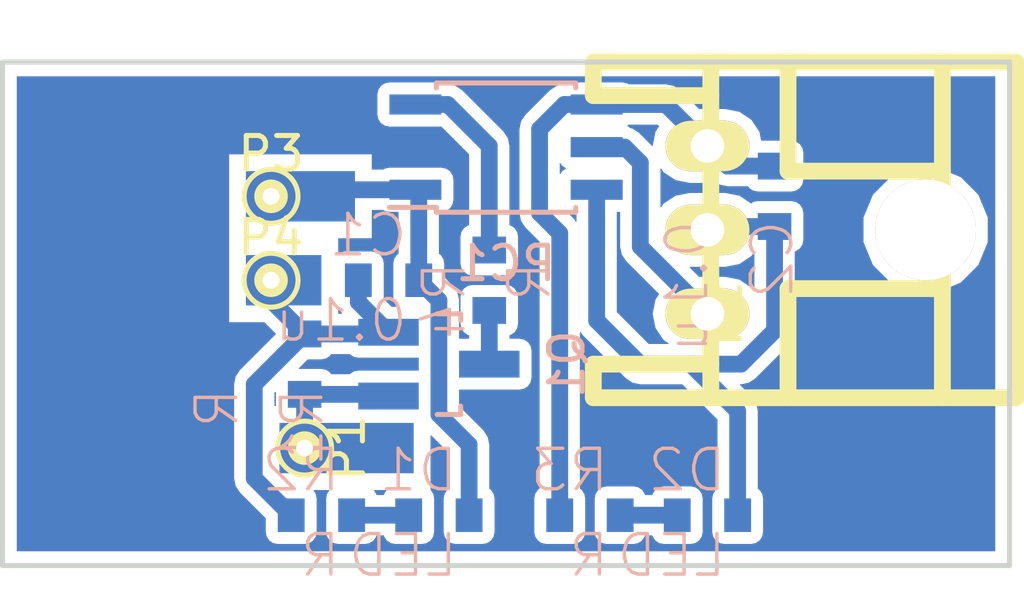
<source format=kicad_pcb>
(kicad_pcb (version 4) (host pcbnew 4.0.5)

  (general
    (links 20)
    (no_connects 0)
    (area -0.075001 -1.975 30.650001 16.533333)
    (thickness 1.6)
    (drawings 4)
    (tracks 52)
    (zones 0)
    (modules 14)
    (nets 11)
  )

  (page A4)
  (layers
    (0 F.Cu signal)
    (31 B.Cu signal)
    (32 B.Adhes user)
    (33 F.Adhes user)
    (34 B.Paste user)
    (35 F.Paste user)
    (36 B.SilkS user)
    (37 F.SilkS user)
    (38 B.Mask user)
    (39 F.Mask user)
    (40 Dwgs.User user)
    (41 Cmts.User user)
    (42 Eco1.User user)
    (43 Eco2.User user)
    (44 Edge.Cuts user)
    (45 Margin user)
    (46 B.CrtYd user)
    (47 F.CrtYd user)
    (48 B.Fab user)
    (49 F.Fab user)
  )

  (setup
    (last_trace_width 0.25)
    (user_trace_width 0.5)
    (user_trace_width 1)
    (trace_clearance 0.2)
    (zone_clearance 0.35)
    (zone_45_only no)
    (trace_min 0.2)
    (segment_width 0.2)
    (edge_width 0.15)
    (via_size 0.6)
    (via_drill 0.4)
    (via_min_size 0.4)
    (via_min_drill 0.3)
    (user_via 1.2 0.8)
    (uvia_size 0.3)
    (uvia_drill 0.1)
    (uvias_allowed no)
    (uvia_min_size 0.2)
    (uvia_min_drill 0.1)
    (pcb_text_width 0.3)
    (pcb_text_size 1.5 1.5)
    (mod_edge_width 0.15)
    (mod_text_size 1 1)
    (mod_text_width 0.15)
    (pad_size 1.524 1.524)
    (pad_drill 0.762)
    (pad_to_mask_clearance 0.2)
    (aux_axis_origin 0 0)
    (visible_elements 7FFFFFFF)
    (pcbplotparams
      (layerselection 0x01000_80000001)
      (usegerberextensions false)
      (excludeedgelayer true)
      (linewidth 0.100000)
      (plotframeref false)
      (viasonmask false)
      (mode 1)
      (useauxorigin false)
      (hpglpennumber 1)
      (hpglpenspeed 20)
      (hpglpendiameter 15)
      (hpglpenoverlay 2)
      (psnegative false)
      (psa4output false)
      (plotreference true)
      (plotvalue true)
      (plotinvisibletext false)
      (padsonsilk false)
      (subtractmaskfromsilk false)
      (outputformat 1)
      (mirror false)
      (drillshape 0)
      (scaleselection 1)
      (outputdirectory ""))
  )

  (net 0 "")
  (net 1 /5V_LOGIC)
  (net 2 /GND_LOGIC)
  (net 3 /5V_POWER)
  (net 4 /GND_POWER)
  (net 5 "Net-(D1-Pad2)")
  (net 6 "Net-(D2-Pad2)")
  (net 7 /SIGNAL_LOGIC)
  (net 8 /SIGNAL_POWER)
  (net 9 "Net-(PC1-Pad3)")
  (net 10 "Net-(Q1-PadD)")

  (net_class Default "これは標準のネット クラスです。"
    (clearance 0.2)
    (trace_width 0.25)
    (via_dia 0.6)
    (via_drill 0.4)
    (uvia_dia 0.3)
    (uvia_drill 0.1)
    (add_net /5V_LOGIC)
    (add_net /5V_POWER)
    (add_net /GND_LOGIC)
    (add_net /GND_POWER)
    (add_net /SIGNAL_LOGIC)
    (add_net /SIGNAL_POWER)
    (add_net "Net-(D1-Pad2)")
    (add_net "Net-(D2-Pad2)")
    (add_net "Net-(PC1-Pad3)")
    (add_net "Net-(Q1-PadD)")
  )

  (module RP_KiCAD_Libs:C1608_WP (layer B.Cu) (tedit 57C3E677) (tstamp 589991FA)
    (at 11.5 6.5 180)
    (descr <b>CAPACITOR</b>)
    (path /589995EE)
    (fp_text reference C1 (at -0.635 0.635 180) (layer B.SilkS)
      (effects (font (size 1.2065 1.2065) (thickness 0.1016)) (justify left bottom mirror))
    )
    (fp_text value 0.1u (at -0.635 -1.905 180) (layer B.SilkS)
      (effects (font (size 1.2065 1.2065) (thickness 0.1016)) (justify left bottom mirror))
    )
    (fp_line (start -0.356 0.432) (end 0.356 0.432) (layer Dwgs.User) (width 0.1016))
    (fp_line (start -0.356 -0.419) (end 0.356 -0.419) (layer Dwgs.User) (width 0.1016))
    (fp_poly (pts (xy -0.8382 -0.4699) (xy -0.3381 -0.4699) (xy -0.3381 0.4801) (xy -0.8382 0.4801)) (layer Dwgs.User) (width 0))
    (fp_poly (pts (xy 0.3302 -0.4699) (xy 0.8303 -0.4699) (xy 0.8303 0.4801) (xy 0.3302 0.4801)) (layer Dwgs.User) (width 0))
    (fp_poly (pts (xy -0.1999 -0.3) (xy 0.1999 -0.3) (xy 0.1999 0.3) (xy -0.1999 0.3)) (layer B.Adhes) (width 0))
    (pad 1 smd rect (at -0.9 0 180) (size 0.8 1) (layers B.Cu B.Paste B.Mask)
      (net 1 /5V_LOGIC))
    (pad 2 smd rect (at 0.9 0 180) (size 0.8 1) (layers B.Cu B.Paste B.Mask)
      (net 2 /GND_LOGIC))
    (model Resistors_SMD.3dshapes/R_0603.wrl
      (at (xyz 0 0 0))
      (scale (xyz 1 1 1))
      (rotate (xyz 0 0 0))
    )
  )

  (module RP_KiCAD_Libs:C1608_WP (layer B.Cu) (tedit 57C3E677) (tstamp 58999200)
    (at 23 4 90)
    (descr <b>CAPACITOR</b>)
    (path /58999C02)
    (fp_text reference C2 (at -0.635 0.635 90) (layer B.SilkS)
      (effects (font (size 1.2065 1.2065) (thickness 0.1016)) (justify left bottom mirror))
    )
    (fp_text value 0.1u (at -0.635 -1.905 90) (layer B.SilkS)
      (effects (font (size 1.2065 1.2065) (thickness 0.1016)) (justify left bottom mirror))
    )
    (fp_line (start -0.356 0.432) (end 0.356 0.432) (layer Dwgs.User) (width 0.1016))
    (fp_line (start -0.356 -0.419) (end 0.356 -0.419) (layer Dwgs.User) (width 0.1016))
    (fp_poly (pts (xy -0.8382 -0.4699) (xy -0.3381 -0.4699) (xy -0.3381 0.4801) (xy -0.8382 0.4801)) (layer Dwgs.User) (width 0))
    (fp_poly (pts (xy 0.3302 -0.4699) (xy 0.8303 -0.4699) (xy 0.8303 0.4801) (xy 0.3302 0.4801)) (layer Dwgs.User) (width 0))
    (fp_poly (pts (xy -0.1999 -0.3) (xy 0.1999 -0.3) (xy 0.1999 0.3) (xy -0.1999 0.3)) (layer B.Adhes) (width 0))
    (pad 1 smd rect (at -0.9 0 90) (size 0.8 1) (layers B.Cu B.Paste B.Mask)
      (net 3 /5V_POWER))
    (pad 2 smd rect (at 0.9 0 90) (size 0.8 1) (layers B.Cu B.Paste B.Mask)
      (net 4 /GND_POWER))
    (model Resistors_SMD.3dshapes/R_0603.wrl
      (at (xyz 0 0 0))
      (scale (xyz 1 1 1))
      (rotate (xyz 0 0 0))
    )
  )

  (module RP_KiCAD_Connector:XA_3LC (layer F.Cu) (tedit 5763B26E) (tstamp 5899921C)
    (at 21 7.5 90)
    (path /58999E0F)
    (fp_text reference P2 (at 0 0.5 90) (layer F.SilkS)
      (effects (font (size 1 1) (thickness 0.15)))
    )
    (fp_text value CONN_01X03 (at 0 -0.5 90) (layer F.Fab)
      (effects (font (size 1 1) (thickness 0.15)))
    )
    (fp_line (start 6.5 -3.4) (end 6.5 0.1) (layer F.SilkS) (width 0.5))
    (fp_line (start -2.5 -3.4) (end -1.5 -3.4) (layer F.SilkS) (width 0.5))
    (fp_line (start -1.5 -3.4) (end -1.5 0.1) (layer F.SilkS) (width 0.5))
    (fp_line (start 7.5 0.1) (end -2.5 0.1) (layer F.SilkS) (width 0.5))
    (fp_line (start 7.5 -3.4) (end 6.5 -3.4) (layer F.SilkS) (width 0.5))
    (fp_line (start 4.25 2.4) (end 7.5 2.4) (layer F.SilkS) (width 0.5))
    (fp_line (start 0.75 2.4) (end -2.5 2.4) (layer F.SilkS) (width 0.5))
    (fp_line (start 4.25 2.4) (end 4.25 7) (layer F.SilkS) (width 0.5))
    (fp_line (start 0.75 2.4) (end 0.75 7) (layer F.SilkS) (width 0.5))
    (fp_line (start -2.5 7) (end 7.5 7) (layer F.SilkS) (width 0.5))
    (fp_line (start 7.5 -3.4) (end 7.5 9.2) (layer F.SilkS) (width 0.5))
    (fp_line (start 7.5 9.2) (end -2.5 9.2) (layer F.SilkS) (width 0.5))
    (fp_line (start -2.5 -3.4) (end -2.5 9.2) (layer F.SilkS) (width 0.5))
    (pad 1 thru_hole oval (at 0 0 90) (size 1.5 2.5) (drill 1) (layers *.Cu *.Mask F.SilkS)
      (net 8 /SIGNAL_POWER))
    (pad 2 thru_hole oval (at 2.5 0 90) (size 1.5 2.5) (drill 1) (layers *.Cu *.Mask F.SilkS)
      (net 3 /5V_POWER))
    (pad 3 thru_hole oval (at 5 0 90) (size 1.5 2.5) (drill 1) (layers *.Cu *.Mask F.SilkS)
      (net 4 /GND_POWER))
    (pad "" thru_hole circle (at 2.5 6.5 90) (size 3 3) (drill 3) (layers *.Cu *.Mask F.SilkS)
      (clearance -0.3))
    (model conn_XA/XA_3S.wrl
      (at (xyz 0.1 -0.2 0))
      (scale (xyz 4 4 4))
      (rotate (xyz 0 0 180))
    )
  )

  (module RP_KiCAD_Libs:SOIC-5_3.9x4.9mm_Pitch1.27mm (layer B.Cu) (tedit 58896ED9) (tstamp 58999225)
    (at 15 2.5)
    (descr "5-Lead Plastic Small Outline (SN) - Narrow, 3.90 mm Body [SOIC] (see Microchip Packaging Specification 00000049BS.pdf)")
    (tags "SOIC 1.27")
    (path /589990AC)
    (attr smd)
    (fp_text reference PC1 (at 0 3.5) (layer B.SilkS)
      (effects (font (size 1 1) (thickness 0.15)) (justify mirror))
    )
    (fp_text value TLP117 (at 0 -3.5) (layer B.Fab)
      (effects (font (size 1 1) (thickness 0.15)) (justify mirror))
    )
    (fp_line (start -3.75 2.75) (end -3.75 -2.75) (layer B.CrtYd) (width 0.05))
    (fp_line (start 3.75 2.75) (end 3.75 -2.75) (layer B.CrtYd) (width 0.05))
    (fp_line (start -3.75 2.75) (end 3.75 2.75) (layer B.CrtYd) (width 0.05))
    (fp_line (start -3.75 -2.75) (end 3.75 -2.75) (layer B.CrtYd) (width 0.05))
    (fp_line (start -2.075 1.975) (end -2.075 1.83) (layer B.SilkS) (width 0.15))
    (fp_line (start 2.075 1.975) (end 2.075 1.83) (layer B.SilkS) (width 0.15))
    (fp_line (start 2.075 -1.875) (end 2.075 -1.73) (layer B.SilkS) (width 0.15))
    (fp_line (start -2.075 -1.875) (end -2.075 -1.73) (layer B.SilkS) (width 0.15))
    (fp_line (start -2.075 1.975) (end 2.075 1.975) (layer B.SilkS) (width 0.15))
    (fp_line (start -2.075 -1.875) (end 2.075 -1.875) (layer B.SilkS) (width 0.15))
    (fp_line (start -2.075 1.83) (end -3.475 1.83) (layer B.SilkS) (width 0.15))
    (pad 1 smd rect (at -2.7 1.305) (size 1.55 0.6) (layers B.Cu B.Paste B.Mask)
      (net 1 /5V_LOGIC))
    (pad 3 smd rect (at -2.7 -1.235) (size 1.55 0.6) (layers B.Cu B.Paste B.Mask)
      (net 9 "Net-(PC1-Pad3)"))
    (pad 4 smd rect (at 2.7 -1.235) (size 1.55 0.6) (layers B.Cu B.Paste B.Mask)
      (net 4 /GND_POWER))
    (pad 5 smd rect (at 2.7 0.035) (size 1.55 0.6) (layers B.Cu B.Paste B.Mask)
      (net 8 /SIGNAL_POWER))
    (pad 6 smd rect (at 2.7 1.305) (size 1.55 0.6) (layers B.Cu B.Paste B.Mask)
      (net 3 /5V_POWER))
  )

  (module RP_KiCAD_Libs:C1608_WP (layer B.Cu) (tedit 57C3E677) (tstamp 58999234)
    (at 9 9 90)
    (descr <b>CAPACITOR</b>)
    (path /589991EB)
    (fp_text reference R1 (at -0.635 0.635 90) (layer B.SilkS)
      (effects (font (size 1.2065 1.2065) (thickness 0.1016)) (justify left bottom mirror))
    )
    (fp_text value R (at -0.635 -1.905 90) (layer B.SilkS)
      (effects (font (size 1.2065 1.2065) (thickness 0.1016)) (justify left bottom mirror))
    )
    (fp_line (start -0.356 0.432) (end 0.356 0.432) (layer Dwgs.User) (width 0.1016))
    (fp_line (start -0.356 -0.419) (end 0.356 -0.419) (layer Dwgs.User) (width 0.1016))
    (fp_poly (pts (xy -0.8382 -0.4699) (xy -0.3381 -0.4699) (xy -0.3381 0.4801) (xy -0.8382 0.4801)) (layer Dwgs.User) (width 0))
    (fp_poly (pts (xy 0.3302 -0.4699) (xy 0.8303 -0.4699) (xy 0.8303 0.4801) (xy 0.3302 0.4801)) (layer Dwgs.User) (width 0))
    (fp_poly (pts (xy -0.1999 -0.3) (xy 0.1999 -0.3) (xy 0.1999 0.3) (xy -0.1999 0.3)) (layer B.Adhes) (width 0))
    (pad 1 smd rect (at -0.9 0 90) (size 0.8 1) (layers B.Cu B.Paste B.Mask)
      (net 7 /SIGNAL_LOGIC))
    (pad 2 smd rect (at 0.9 0 90) (size 0.8 1) (layers B.Cu B.Paste B.Mask)
      (net 2 /GND_LOGIC))
    (model Resistors_SMD.3dshapes/R_0603.wrl
      (at (xyz 0 0 0))
      (scale (xyz 1 1 1))
      (rotate (xyz 0 0 0))
    )
  )

  (module RP_KiCAD_Libs:C1608_WP (layer B.Cu) (tedit 57C3E677) (tstamp 5899923A)
    (at 9.5 13.5 180)
    (descr <b>CAPACITOR</b>)
    (path /5899970B)
    (fp_text reference R2 (at -0.635 0.635 180) (layer B.SilkS)
      (effects (font (size 1.2065 1.2065) (thickness 0.1016)) (justify left bottom mirror))
    )
    (fp_text value R (at -0.635 -1.905 180) (layer B.SilkS)
      (effects (font (size 1.2065 1.2065) (thickness 0.1016)) (justify left bottom mirror))
    )
    (fp_line (start -0.356 0.432) (end 0.356 0.432) (layer Dwgs.User) (width 0.1016))
    (fp_line (start -0.356 -0.419) (end 0.356 -0.419) (layer Dwgs.User) (width 0.1016))
    (fp_poly (pts (xy -0.8382 -0.4699) (xy -0.3381 -0.4699) (xy -0.3381 0.4801) (xy -0.8382 0.4801)) (layer Dwgs.User) (width 0))
    (fp_poly (pts (xy 0.3302 -0.4699) (xy 0.8303 -0.4699) (xy 0.8303 0.4801) (xy 0.3302 0.4801)) (layer Dwgs.User) (width 0))
    (fp_poly (pts (xy -0.1999 -0.3) (xy 0.1999 -0.3) (xy 0.1999 0.3) (xy -0.1999 0.3)) (layer B.Adhes) (width 0))
    (pad 1 smd rect (at -0.9 0 180) (size 0.8 1) (layers B.Cu B.Paste B.Mask)
      (net 5 "Net-(D1-Pad2)"))
    (pad 2 smd rect (at 0.9 0 180) (size 0.8 1) (layers B.Cu B.Paste B.Mask)
      (net 2 /GND_LOGIC))
    (model Resistors_SMD.3dshapes/R_0603.wrl
      (at (xyz 0 0 0))
      (scale (xyz 1 1 1))
      (rotate (xyz 0 0 0))
    )
  )

  (module RP_KiCAD_Libs:C1608_WP (layer B.Cu) (tedit 57C3E677) (tstamp 58999240)
    (at 17.5 13.5 180)
    (descr <b>CAPACITOR</b>)
    (path /589997C6)
    (fp_text reference R3 (at -0.635 0.635 180) (layer B.SilkS)
      (effects (font (size 1.2065 1.2065) (thickness 0.1016)) (justify left bottom mirror))
    )
    (fp_text value R (at -0.635 -1.905 180) (layer B.SilkS)
      (effects (font (size 1.2065 1.2065) (thickness 0.1016)) (justify left bottom mirror))
    )
    (fp_line (start -0.356 0.432) (end 0.356 0.432) (layer Dwgs.User) (width 0.1016))
    (fp_line (start -0.356 -0.419) (end 0.356 -0.419) (layer Dwgs.User) (width 0.1016))
    (fp_poly (pts (xy -0.8382 -0.4699) (xy -0.3381 -0.4699) (xy -0.3381 0.4801) (xy -0.8382 0.4801)) (layer Dwgs.User) (width 0))
    (fp_poly (pts (xy 0.3302 -0.4699) (xy 0.8303 -0.4699) (xy 0.8303 0.4801) (xy 0.3302 0.4801)) (layer Dwgs.User) (width 0))
    (fp_poly (pts (xy -0.1999 -0.3) (xy 0.1999 -0.3) (xy 0.1999 0.3) (xy -0.1999 0.3)) (layer B.Adhes) (width 0))
    (pad 1 smd rect (at -0.9 0 180) (size 0.8 1) (layers B.Cu B.Paste B.Mask)
      (net 6 "Net-(D2-Pad2)"))
    (pad 2 smd rect (at 0.9 0 180) (size 0.8 1) (layers B.Cu B.Paste B.Mask)
      (net 4 /GND_POWER))
    (model Resistors_SMD.3dshapes/R_0603.wrl
      (at (xyz 0 0 0))
      (scale (xyz 1 1 1))
      (rotate (xyz 0 0 0))
    )
  )

  (module RP_KiCAD_Libs:C1608_WP (layer B.Cu) (tedit 57C3E677) (tstamp 58999246)
    (at 14.5 6.5 270)
    (descr <b>CAPACITOR</b>)
    (path /58999140)
    (fp_text reference R4 (at -0.635 0.635 270) (layer B.SilkS)
      (effects (font (size 1.2065 1.2065) (thickness 0.1016)) (justify left bottom mirror))
    )
    (fp_text value R (at -0.635 -1.905 270) (layer B.SilkS)
      (effects (font (size 1.2065 1.2065) (thickness 0.1016)) (justify left bottom mirror))
    )
    (fp_line (start -0.356 0.432) (end 0.356 0.432) (layer Dwgs.User) (width 0.1016))
    (fp_line (start -0.356 -0.419) (end 0.356 -0.419) (layer Dwgs.User) (width 0.1016))
    (fp_poly (pts (xy -0.8382 -0.4699) (xy -0.3381 -0.4699) (xy -0.3381 0.4801) (xy -0.8382 0.4801)) (layer Dwgs.User) (width 0))
    (fp_poly (pts (xy 0.3302 -0.4699) (xy 0.8303 -0.4699) (xy 0.8303 0.4801) (xy 0.3302 0.4801)) (layer Dwgs.User) (width 0))
    (fp_poly (pts (xy -0.1999 -0.3) (xy 0.1999 -0.3) (xy 0.1999 0.3) (xy -0.1999 0.3)) (layer B.Adhes) (width 0))
    (pad 1 smd rect (at -0.9 0 270) (size 0.8 1) (layers B.Cu B.Paste B.Mask)
      (net 9 "Net-(PC1-Pad3)"))
    (pad 2 smd rect (at 0.9 0 270) (size 0.8 1) (layers B.Cu B.Paste B.Mask)
      (net 10 "Net-(Q1-PadD)"))
    (model Resistors_SMD.3dshapes/R_0603.wrl
      (at (xyz 0 0 0))
      (scale (xyz 1 1 1))
      (rotate (xyz 0 0 0))
    )
  )

  (module TO_SOT_Packages_SMD:SOT-23_Handsoldering (layer B.Cu) (tedit 56FA59B0) (tstamp 58999309)
    (at 13 9 90)
    (descr "SOT-23, Handsoldering")
    (tags SOT-23)
    (path /589990E9)
    (attr smd)
    (fp_text reference Q1 (at 0 3.81 90) (layer B.SilkS)
      (effects (font (size 1 1) (thickness 0.15)) (justify mirror))
    )
    (fp_text value MOSFET_N (at 0 -3.81 90) (layer B.Fab)
      (effects (font (size 1 1) (thickness 0.15)) (justify mirror))
    )
    (fp_line (start -1.49982 -0.0508) (end -1.49982 0.65024) (layer B.SilkS) (width 0.15))
    (fp_line (start -1.49982 0.65024) (end -1.2509 0.65024) (layer B.SilkS) (width 0.15))
    (fp_line (start 1.29916 0.65024) (end 1.49982 0.65024) (layer B.SilkS) (width 0.15))
    (fp_line (start 1.49982 0.65024) (end 1.49982 -0.0508) (layer B.SilkS) (width 0.15))
    (pad G smd rect (at -0.95 -1.50114 90) (size 0.8001 1.80086) (layers B.Cu B.Paste B.Mask)
      (net 7 /SIGNAL_LOGIC))
    (pad S smd rect (at 0.95 -1.50114 90) (size 0.8001 1.80086) (layers B.Cu B.Paste B.Mask)
      (net 2 /GND_LOGIC))
    (pad D smd rect (at 0 1.50114 90) (size 0.8001 1.80086) (layers B.Cu B.Paste B.Mask)
      (net 10 "Net-(Q1-PadD)"))
    (model TO_SOT_Packages_SMD.3dshapes/SOT-23_Handsoldering.wrl
      (at (xyz 0 0 0))
      (scale (xyz 1 1 1))
      (rotate (xyz 0 0 0))
    )
  )

  (module RP_KiCAD_Libs:C1608_WP (layer B.Cu) (tedit 57C3E677) (tstamp 589996BF)
    (at 13 13.5 180)
    (descr <b>CAPACITOR</b>)
    (path /589996D6)
    (fp_text reference D1 (at -0.635 0.635 180) (layer B.SilkS)
      (effects (font (size 1.2065 1.2065) (thickness 0.1016)) (justify left bottom mirror))
    )
    (fp_text value LED (at -0.635 -1.905 180) (layer B.SilkS)
      (effects (font (size 1.2065 1.2065) (thickness 0.1016)) (justify left bottom mirror))
    )
    (fp_line (start -0.356 0.432) (end 0.356 0.432) (layer Dwgs.User) (width 0.1016))
    (fp_line (start -0.356 -0.419) (end 0.356 -0.419) (layer Dwgs.User) (width 0.1016))
    (fp_poly (pts (xy -0.8382 -0.4699) (xy -0.3381 -0.4699) (xy -0.3381 0.4801) (xy -0.8382 0.4801)) (layer Dwgs.User) (width 0))
    (fp_poly (pts (xy 0.3302 -0.4699) (xy 0.8303 -0.4699) (xy 0.8303 0.4801) (xy 0.3302 0.4801)) (layer Dwgs.User) (width 0))
    (fp_poly (pts (xy -0.1999 -0.3) (xy 0.1999 -0.3) (xy 0.1999 0.3) (xy -0.1999 0.3)) (layer B.Adhes) (width 0))
    (pad 1 smd rect (at -0.9 0 180) (size 0.8 1) (layers B.Cu B.Paste B.Mask)
      (net 1 /5V_LOGIC))
    (pad 2 smd rect (at 0.9 0 180) (size 0.8 1) (layers B.Cu B.Paste B.Mask)
      (net 5 "Net-(D1-Pad2)"))
    (model Resistors_SMD.3dshapes/R_0603.wrl
      (at (xyz 0 0 0))
      (scale (xyz 1 1 1))
      (rotate (xyz 0 0 0))
    )
  )

  (module RP_KiCAD_Libs:C1608_WP (layer B.Cu) (tedit 57C3E677) (tstamp 589996C4)
    (at 21 13.5 180)
    (descr <b>CAPACITOR</b>)
    (path /589997C0)
    (fp_text reference D2 (at -0.635 0.635 180) (layer B.SilkS)
      (effects (font (size 1.2065 1.2065) (thickness 0.1016)) (justify left bottom mirror))
    )
    (fp_text value LED (at -0.635 -1.905 180) (layer B.SilkS)
      (effects (font (size 1.2065 1.2065) (thickness 0.1016)) (justify left bottom mirror))
    )
    (fp_line (start -0.356 0.432) (end 0.356 0.432) (layer Dwgs.User) (width 0.1016))
    (fp_line (start -0.356 -0.419) (end 0.356 -0.419) (layer Dwgs.User) (width 0.1016))
    (fp_poly (pts (xy -0.8382 -0.4699) (xy -0.3381 -0.4699) (xy -0.3381 0.4801) (xy -0.8382 0.4801)) (layer Dwgs.User) (width 0))
    (fp_poly (pts (xy 0.3302 -0.4699) (xy 0.8303 -0.4699) (xy 0.8303 0.4801) (xy 0.3302 0.4801)) (layer Dwgs.User) (width 0))
    (fp_poly (pts (xy -0.1999 -0.3) (xy 0.1999 -0.3) (xy 0.1999 0.3) (xy -0.1999 0.3)) (layer B.Adhes) (width 0))
    (pad 1 smd rect (at -0.9 0 180) (size 0.8 1) (layers B.Cu B.Paste B.Mask)
      (net 3 /5V_POWER))
    (pad 2 smd rect (at 0.9 0 180) (size 0.8 1) (layers B.Cu B.Paste B.Mask)
      (net 6 "Net-(D2-Pad2)"))
    (model Resistors_SMD.3dshapes/R_0603.wrl
      (at (xyz 0 0 0))
      (scale (xyz 1 1 1))
      (rotate (xyz 0 0 0))
    )
  )

  (module Connect:PINTST (layer F.Cu) (tedit 588D8C05) (tstamp 58999980)
    (at 9 11.5 270)
    (descr "module 1 pin (ou trou mecanique de percage)")
    (tags DEV)
    (path /5899A2DA)
    (fp_text reference P1 (at 0 -1.26746 270) (layer F.SilkS)
      (effects (font (size 1 1) (thickness 0.15)))
    )
    (fp_text value CONN_01X01 (at 0 1.27 270) (layer F.Fab)
      (effects (font (size 1 1) (thickness 0.15)))
    )
    (fp_circle (center 0 0) (end -0.254 -0.762) (layer F.SilkS) (width 0.15))
    (pad 1 thru_hole circle (at 0 0 270) (size 1 1) (drill 0.5) (layers *.Cu *.Mask F.SilkS)
      (net 7 /SIGNAL_LOGIC))
    (model Connect.3dshapes/PINTST.wrl
      (at (xyz 0 0 0))
      (scale (xyz 1 1 1))
      (rotate (xyz 0 0 0))
    )
  )

  (module Connect:PINTST (layer F.Cu) (tedit 588D8C05) (tstamp 58999984)
    (at 8 4)
    (descr "module 1 pin (ou trou mecanique de percage)")
    (tags DEV)
    (path /5899A405)
    (fp_text reference P3 (at 0 -1.26746) (layer F.SilkS)
      (effects (font (size 1 1) (thickness 0.15)))
    )
    (fp_text value CONN_01X01 (at 0 1.27) (layer F.Fab)
      (effects (font (size 1 1) (thickness 0.15)))
    )
    (fp_circle (center 0 0) (end -0.254 -0.762) (layer F.SilkS) (width 0.15))
    (pad 1 thru_hole circle (at 0 0) (size 1 1) (drill 0.5) (layers *.Cu *.Mask F.SilkS)
      (net 1 /5V_LOGIC))
    (model Connect.3dshapes/PINTST.wrl
      (at (xyz 0 0 0))
      (scale (xyz 1 1 1))
      (rotate (xyz 0 0 0))
    )
  )

  (module Connect:PINTST (layer F.Cu) (tedit 588D8C05) (tstamp 58999988)
    (at 8 6.5)
    (descr "module 1 pin (ou trou mecanique de percage)")
    (tags DEV)
    (path /5899A444)
    (fp_text reference P4 (at 0 -1.26746) (layer F.SilkS)
      (effects (font (size 1 1) (thickness 0.15)))
    )
    (fp_text value CONN_01X01 (at 0 1.27) (layer F.Fab)
      (effects (font (size 1 1) (thickness 0.15)))
    )
    (fp_circle (center 0 0) (end -0.254 -0.762) (layer F.SilkS) (width 0.15))
    (pad 1 thru_hole circle (at 0 0) (size 1 1) (drill 0.5) (layers *.Cu *.Mask F.SilkS)
      (net 2 /GND_LOGIC))
    (model Connect.3dshapes/PINTST.wrl
      (at (xyz 0 0 0))
      (scale (xyz 1 1 1))
      (rotate (xyz 0 0 0))
    )
  )

  (gr_line (start 30 0) (end 0 0) (angle 90) (layer Edge.Cuts) (width 0.15))
  (gr_line (start 30 15) (end 30 0) (angle 90) (layer Edge.Cuts) (width 0.15))
  (gr_line (start 0 15) (end 30 15) (angle 90) (layer Edge.Cuts) (width 0.15))
  (gr_line (start 0 0) (end 0 15) (angle 90) (layer Edge.Cuts) (width 0.15))

  (segment (start 13.9 13.5) (end 13.9 11.4) (width 0.5) (layer B.Cu) (net 1))
  (segment (start 13 7.1) (end 12.4 6.5) (width 0.5) (layer B.Cu) (net 1) (tstamp 58999936))
  (segment (start 13 10.5) (end 13 7.1) (width 0.5) (layer B.Cu) (net 1) (tstamp 58999935))
  (segment (start 13.9 11.4) (end 13 10.5) (width 0.5) (layer B.Cu) (net 1) (tstamp 58999934))
  (segment (start 12.3 3.805) (end 8.195 3.805) (width 0.5) (layer B.Cu) (net 1))
  (segment (start 8.195 3.805) (end 8 4) (width 0.5) (layer B.Cu) (net 1) (tstamp 589998F0))
  (segment (start 12.4 6.5) (end 12.4 3.905) (width 0.5) (layer B.Cu) (net 1))
  (segment (start 12.4 3.905) (end 12.3 3.805) (width 0.5) (layer B.Cu) (net 1) (tstamp 589998ED))
  (segment (start 9 8.1) (end 7.5 9.6) (width 0.5) (layer B.Cu) (net 2))
  (segment (start 7.5 12.4) (end 8.6 13.5) (width 0.5) (layer B.Cu) (net 2) (tstamp 58999952))
  (segment (start 7.5 9.6) (end 7.5 12.4) (width 0.5) (layer B.Cu) (net 2) (tstamp 58999951))
  (segment (start 10.6 6.5) (end 10.6 7.15114) (width 0.5) (layer B.Cu) (net 2))
  (segment (start 10.6 7.15114) (end 11.49886 8.05) (width 0.5) (layer B.Cu) (net 2) (tstamp 589998EA))
  (segment (start 9 8.1) (end 11.44886 8.1) (width 0.5) (layer B.Cu) (net 2))
  (segment (start 11.44886 8.1) (end 11.49886 8.05) (width 0.5) (layer B.Cu) (net 2) (tstamp 589998E7))
  (segment (start 8 6.5) (end 8 7.1) (width 0.5) (layer B.Cu) (net 2))
  (segment (start 8 7.1) (end 9 8.1) (width 0.5) (layer B.Cu) (net 2) (tstamp 589998E4))
  (segment (start 17.7 3.805) (end 17.7 7.7) (width 0.5) (layer B.Cu) (net 3))
  (segment (start 19 9) (end 20.5 9) (width 0.5) (layer B.Cu) (net 3) (tstamp 58999878))
  (segment (start 17.7 7.7) (end 19 9) (width 0.5) (layer B.Cu) (net 3) (tstamp 58999877))
  (segment (start 21.9 13.5) (end 21.9 10.4) (width 0.5) (layer B.Cu) (net 3))
  (segment (start 21.9 10.4) (end 20.5 9) (width 0.5) (layer B.Cu) (net 3) (tstamp 58999754))
  (segment (start 23 8) (end 23 4.9) (width 0.5) (layer B.Cu) (net 3) (tstamp 5899952C))
  (segment (start 22 9) (end 23 8) (width 0.5) (layer B.Cu) (net 3) (tstamp 5899952B))
  (segment (start 20.5 9) (end 22 9) (width 0.5) (layer B.Cu) (net 3) (tstamp 58999757))
  (segment (start 21 5) (end 21.1 4.9) (width 0.5) (layer B.Cu) (net 3))
  (segment (start 21.1 4.9) (end 23 4.9) (width 0.5) (layer B.Cu) (net 3) (tstamp 5899940A))
  (segment (start 16.6 13.5) (end 16.6 5.1) (width 0.5) (layer B.Cu) (net 4))
  (segment (start 16.735 1.265) (end 17.7 1.265) (width 0.5) (layer B.Cu) (net 4) (tstamp 5899988D))
  (segment (start 16 2) (end 16.735 1.265) (width 0.5) (layer B.Cu) (net 4) (tstamp 5899988C))
  (segment (start 16 4.5) (end 16 2) (width 0.5) (layer B.Cu) (net 4) (tstamp 5899988B))
  (segment (start 16.6 5.1) (end 16 4.5) (width 0.5) (layer B.Cu) (net 4) (tstamp 5899988A))
  (segment (start 17.7 1.265) (end 19.765 1.265) (width 0.5) (layer B.Cu) (net 4))
  (segment (start 19.765 1.265) (end 21 2.5) (width 0.5) (layer B.Cu) (net 4) (tstamp 5899986E))
  (segment (start 20.765 2.265) (end 21 2.5) (width 0.5) (layer B.Cu) (net 4) (tstamp 5899951F))
  (segment (start 23 3.1) (end 21.6 3.1) (width 0.5) (layer B.Cu) (net 4))
  (segment (start 21.6 3.1) (end 21 2.5) (width 0.5) (layer B.Cu) (net 4) (tstamp 5899940D))
  (segment (start 20.735 2.765) (end 21 2.5) (width 0.5) (layer B.Cu) (net 4) (tstamp 58999402))
  (segment (start 10.4 13.5) (end 12.1 13.5) (width 0.5) (layer B.Cu) (net 5))
  (segment (start 18.4 13.5) (end 20.1 13.5) (width 0.5) (layer B.Cu) (net 6))
  (segment (start 9 9.9) (end 9 11.5) (width 0.5) (layer B.Cu) (net 7))
  (segment (start 9 9.9) (end 11.44886 9.9) (width 0.5) (layer B.Cu) (net 7))
  (segment (start 11.44886 9.9) (end 11.49886 9.95) (width 0.5) (layer B.Cu) (net 7) (tstamp 589998FD))
  (segment (start 17.7 2.535) (end 18.535 2.535) (width 0.5) (layer B.Cu) (net 8))
  (segment (start 19 5.5) (end 21 7.5) (width 0.5) (layer B.Cu) (net 8) (tstamp 58999873))
  (segment (start 19 3) (end 19 5.5) (width 0.5) (layer B.Cu) (net 8) (tstamp 58999872))
  (segment (start 18.535 2.535) (end 19 3) (width 0.5) (layer B.Cu) (net 8) (tstamp 58999871))
  (segment (start 14.5 5.6) (end 14.5 2.5) (width 0.5) (layer B.Cu) (net 9))
  (segment (start 13.265 1.265) (end 12.3 1.265) (width 0.5) (layer B.Cu) (net 9) (tstamp 5899990A))
  (segment (start 14.5 2.5) (end 13.265 1.265) (width 0.5) (layer B.Cu) (net 9) (tstamp 58999909))
  (segment (start 14.50114 9) (end 14.50114 7.40114) (width 0.5) (layer B.Cu) (net 10))
  (segment (start 14.50114 7.40114) (end 14.5 7.4) (width 0.5) (layer B.Cu) (net 10) (tstamp 58999906))

  (zone (net 0) (net_name "") (layer B.Cu) (tstamp 58999467) (hatch edge 0.508)
    (connect_pads yes (clearance 0.35))
    (min_thickness 0.026)
    (fill yes (arc_segments 16) (thermal_gap 0.508) (thermal_bridge_width 0.508))
    (polygon
      (pts
        (xy 30 15) (xy 0 15) (xy 0 0) (xy 30 0)
      )
    )
    (polygon
      (pts        (xy 7.75 10.25) (xy 7.75 12.75) (xy 12.75 12.75) (xy 12.75 10.25)
      )
    )
    (polygon
      (pts        (xy 6.75 2.75) (xy 6.75 5.25) (xy 6.75 7.75) (xy 10 7.75) (xy 10 5.25)
        (xy 11 5.25) (xy 11 2.75)
      )
    )
    (filled_polygon
      (pts
        (xy 29.562 14.562) (xy 0.438 14.562) (xy 0.438 2.75) (xy 6.737 2.75) (xy 6.737 7.75)
        (xy 6.738024 7.755058) (xy 6.740935 7.759319) (xy 6.745275 7.762111) (xy 6.75 7.763) (xy 7.796088 7.763)
        (xy 8.129889 8.096802) (xy 8.129889 8.103198) (xy 7.066544 9.166544) (xy 6.933662 9.365415) (xy 6.887 9.6)
        (xy 6.887 12.4) (xy 6.932728 12.629889) (xy 6.933662 12.634585) (xy 7.066544 12.833456) (xy 7.829889 13.596802)
        (xy 7.829889 14) (xy 7.855201 14.13452) (xy 7.934702 14.258068) (xy 8.056006 14.340951) (xy 8.2 14.370111)
        (xy 9 14.370111) (xy 9.13452 14.344799) (xy 9.258068 14.265298) (xy 9.340951 14.143994) (xy 9.370111 14)
        (xy 9.370111 13) (xy 9.344799 12.86548) (xy 9.278855 12.763) (xy 9.722597 12.763) (xy 9.659049 12.856006)
        (xy 9.629889 13) (xy 9.629889 14) (xy 9.655201 14.13452) (xy 9.734702 14.258068) (xy 9.856006 14.340951)
        (xy 10 14.370111) (xy 10.8 14.370111) (xy 10.93452 14.344799) (xy 11.058068 14.265298) (xy 11.140951 14.143994)
        (xy 11.147228 14.113) (xy 11.351152 14.113) (xy 11.355201 14.13452) (xy 11.434702 14.258068) (xy 11.556006 14.340951)
        (xy 11.7 14.370111) (xy 12.5 14.370111) (xy 12.63452 14.344799) (xy 12.758068 14.265298) (xy 12.840951 14.143994)
        (xy 12.870111 14) (xy 12.870111 13) (xy 12.844799 12.86548) (xy 12.765298 12.741932) (xy 12.763 12.740362)
        (xy 12.763 11.129912) (xy 13.287 11.653913) (xy 13.287 12.705702) (xy 13.241932 12.734702) (xy 13.159049 12.856006)
        (xy 13.129889 13) (xy 13.129889 14) (xy 13.155201 14.13452) (xy 13.234702 14.258068) (xy 13.356006 14.340951)
        (xy 13.5 14.370111) (xy 14.3 14.370111) (xy 14.43452 14.344799) (xy 14.558068 14.265298) (xy 14.640951 14.143994)
        (xy 14.670111 14) (xy 14.670111 13) (xy 14.644799 12.86548) (xy 14.565298 12.741932) (xy 14.513 12.706199)
        (xy 14.513 11.4) (xy 14.466338 11.165415) (xy 14.400137 11.066338) (xy 14.333456 10.966543) (xy 13.613 10.246088)
        (xy 13.613 9.770161) (xy 15.40157 9.770161) (xy 15.53609 9.744849) (xy 15.659638 9.665348) (xy 15.742521 9.544044)
        (xy 15.771681 9.40005) (xy 15.771681 8.59995) (xy 15.746369 8.46543) (xy 15.666868 8.341882) (xy 15.545564 8.258999)
        (xy 15.40157 8.229839) (xy 15.11414 8.229839) (xy 15.11414 8.148634) (xy 15.13452 8.144799) (xy 15.258068 8.065298)
        (xy 15.340951 7.943994) (xy 15.370111 7.8) (xy 15.370111 7) (xy 15.344799 6.86548) (xy 15.265298 6.741932)
        (xy 15.143994 6.659049) (xy 15 6.629889) (xy 14 6.629889) (xy 13.86548 6.655201) (xy 13.741932 6.734702)
        (xy 13.659049 6.856006) (xy 13.629889 7) (xy 13.629889 7.8) (xy 13.655201 7.93452) (xy 13.734702 8.058068)
        (xy 13.856006 8.140951) (xy 13.88814 8.147458) (xy 13.88814 8.229839) (xy 13.613 8.229839) (xy 13.613 7.1)
        (xy 13.566338 6.865415) (xy 13.433456 6.666543) (xy 13.170111 6.403198) (xy 13.170111 6) (xy 13.144799 5.86548)
        (xy 13.065298 5.741932) (xy 13.013 5.706199) (xy 13.013 4.475111) (xy 13.075 4.475111) (xy 13.20952 4.449799)
        (xy 13.333068 4.370298) (xy 13.415951 4.248994) (xy 13.445111 4.105) (xy 13.445111 3.505) (xy 13.419799 3.37048)
        (xy 13.340298 3.246932) (xy 13.218994 3.164049) (xy 13.075 3.134889) (xy 11.525 3.134889) (xy 11.39048 3.160201)
        (xy 11.341063 3.192) (xy 11.013 3.192) (xy 11.013 2.75) (xy 11.011976 2.744942) (xy 11.009065 2.740681)
        (xy 11.004725 2.737889) (xy 11 2.737) (xy 6.75 2.737) (xy 6.744942 2.738024) (xy 6.740681 2.740935)
        (xy 6.737889 2.745275) (xy 6.737 2.75) (xy 0.438 2.75) (xy 0.438 0.965) (xy 11.154889 0.965)
        (xy 11.154889 1.565) (xy 11.180201 1.69952) (xy 11.259702 1.823068) (xy 11.381006 1.905951) (xy 11.525 1.935111)
        (xy 13.068199 1.935111) (xy 13.887 2.753913) (xy 13.887 4.851152) (xy 13.86548 4.855201) (xy 13.741932 4.934702)
        (xy 13.659049 5.056006) (xy 13.629889 5.2) (xy 13.629889 6) (xy 13.655201 6.13452) (xy 13.734702 6.258068)
        (xy 13.856006 6.340951) (xy 14 6.370111) (xy 15 6.370111) (xy 15.13452 6.344799) (xy 15.258068 6.265298)
        (xy 15.340951 6.143994) (xy 15.370111 6) (xy 15.370111 5.2) (xy 15.344799 5.06548) (xy 15.265298 4.941932)
        (xy 15.143994 4.859049) (xy 15.113 4.852772) (xy 15.113 2.5) (xy 15.066338 2.265415) (xy 15.045738 2.234585)
        (xy 14.933457 2.066544) (xy 14.866913 2) (xy 15.387 2) (xy 15.387 4.5) (xy 15.433156 4.732042)
        (xy 15.433662 4.734585) (xy 15.566544 4.933456) (xy 15.987 5.353913) (xy 15.987 12.705702) (xy 15.941932 12.734702)
        (xy 15.859049 12.856006) (xy 15.829889 13) (xy 15.829889 14) (xy 15.855201 14.13452) (xy 15.934702 14.258068)
        (xy 16.056006 14.340951) (xy 16.2 14.370111) (xy 17 14.370111) (xy 17.13452 14.344799) (xy 17.258068 14.265298)
        (xy 17.340951 14.143994) (xy 17.370111 14) (xy 17.370111 13) (xy 17.629889 13) (xy 17.629889 14)
        (xy 17.655201 14.13452) (xy 17.734702 14.258068) (xy 17.856006 14.340951) (xy 18 14.370111) (xy 18.8 14.370111)
        (xy 18.93452 14.344799) (xy 19.058068 14.265298) (xy 19.140951 14.143994) (xy 19.147228 14.113) (xy 19.351152 14.113)
        (xy 19.355201 14.13452) (xy 19.434702 14.258068) (xy 19.556006 14.340951) (xy 19.7 14.370111) (xy 20.5 14.370111)
        (xy 20.63452 14.344799) (xy 20.758068 14.265298) (xy 20.840951 14.143994) (xy 20.870111 14) (xy 20.870111 13)
        (xy 20.844799 12.86548) (xy 20.765298 12.741932) (xy 20.643994 12.659049) (xy 20.5 12.629889) (xy 19.7 12.629889)
        (xy 19.56548 12.655201) (xy 19.441932 12.734702) (xy 19.359049 12.856006) (xy 19.352772 12.887) (xy 19.148848 12.887)
        (xy 19.144799 12.86548) (xy 19.065298 12.741932) (xy 18.943994 12.659049) (xy 18.8 12.629889) (xy 18 12.629889)
        (xy 17.86548 12.655201) (xy 17.741932 12.734702) (xy 17.659049 12.856006) (xy 17.629889 13) (xy 17.370111 13)
        (xy 17.344799 12.86548) (xy 17.265298 12.741932) (xy 17.213 12.706199) (xy 17.213 8.053322) (xy 17.266544 8.133456)
        (xy 18.566544 9.433457) (xy 18.765415 9.566338) (xy 19 9.613) (xy 20.246088 9.613) (xy 21.287 10.653912)
        (xy 21.287 12.705702) (xy 21.241932 12.734702) (xy 21.159049 12.856006) (xy 21.129889 13) (xy 21.129889 14)
        (xy 21.155201 14.13452) (xy 21.234702 14.258068) (xy 21.356006 14.340951) (xy 21.5 14.370111) (xy 22.3 14.370111)
        (xy 22.43452 14.344799) (xy 22.558068 14.265298) (xy 22.640951 14.143994) (xy 22.670111 14) (xy 22.670111 13)
        (xy 22.644799 12.86548) (xy 22.565298 12.741932) (xy 22.513 12.706199) (xy 22.513 10.4) (xy 22.466338 10.165415)
        (xy 22.333456 9.966544) (xy 21.979912 9.613) (xy 22 9.613) (xy 22.234585 9.566338) (xy 22.433456 9.433456)
        (xy 23.433457 8.433456) (xy 23.513943 8.313) (xy 23.566338 8.234585) (xy 23.613 8) (xy 23.613 5.648848)
        (xy 23.63452 5.644799) (xy 23.758068 5.565298) (xy 23.840951 5.443994) (xy 23.856148 5.368948) (xy 25.636678 5.368948)
        (xy 25.919705 6.053926) (xy 26.443318 6.578453) (xy 27.127801 6.862676) (xy 27.868948 6.863322) (xy 28.553926 6.580295)
        (xy 29.078453 6.056682) (xy 29.362676 5.372199) (xy 29.363322 4.631052) (xy 29.080295 3.946074) (xy 28.556682 3.421547)
        (xy 27.872199 3.137324) (xy 27.131052 3.136678) (xy 26.446074 3.419705) (xy 25.921547 3.943318) (xy 25.637324 4.627801)
        (xy 25.636678 5.368948) (xy 23.856148 5.368948) (xy 23.870111 5.3) (xy 23.870111 4.5) (xy 23.844799 4.36548)
        (xy 23.765298 4.241932) (xy 23.643994 4.159049) (xy 23.5 4.129889) (xy 22.5 4.129889) (xy 22.36548 4.155201)
        (xy 22.297546 4.198915) (xy 21.957528 3.971722) (xy 21.531601 3.887) (xy 20.468399 3.887) (xy 20.042472 3.971722)
        (xy 19.681389 4.21299) (xy 19.613 4.315341) (xy 19.613 3.184659) (xy 19.681389 3.28701) (xy 20.042472 3.528278)
        (xy 20.468399 3.613) (xy 21.285589 3.613) (xy 21.365415 3.666338) (xy 21.6 3.713) (xy 22.205702 3.713)
        (xy 22.234702 3.758068) (xy 22.356006 3.840951) (xy 22.5 3.870111) (xy 23.5 3.870111) (xy 23.63452 3.844799)
        (xy 23.758068 3.765298) (xy 23.840951 3.643994) (xy 23.870111 3.5) (xy 23.870111 2.7) (xy 23.844799 2.56548)
        (xy 23.765298 2.441932) (xy 23.643994 2.359049) (xy 23.5 2.329889) (xy 22.610764 2.329889) (xy 22.559879 2.074073)
        (xy 22.318611 1.71299) (xy 21.957528 1.471722) (xy 21.531601 1.387) (xy 20.753912 1.387) (xy 20.198456 0.831544)
        (xy 19.999585 0.698662) (xy 19.765 0.652) (xy 18.659902 0.652) (xy 18.618994 0.624049) (xy 18.475 0.594889)
        (xy 16.925 0.594889) (xy 16.79048 0.620201) (xy 16.741063 0.652) (xy 16.735 0.652) (xy 16.500415 0.698662)
        (xy 16.301544 0.831544) (xy 15.566544 1.566544) (xy 15.433662 1.765415) (xy 15.387 2) (xy 14.866913 2)
        (xy 13.698456 0.831544) (xy 13.499585 0.698662) (xy 13.265 0.652) (xy 13.259902 0.652) (xy 13.218994 0.624049)
        (xy 13.075 0.594889) (xy 11.525 0.594889) (xy 11.39048 0.620201) (xy 11.266932 0.699702) (xy 11.184049 0.821006)
        (xy 11.154889 0.965) (xy 0.438 0.965) (xy 0.438 0.438) (xy 29.562 0.438)
      )
    )
    (filled_polygon
      (pts
        (xy 11.359049 12.856006) (xy 11.352772 12.887) (xy 11.148848 12.887) (xy 11.144799 12.86548) (xy 11.078855 12.763)
        (xy 11.422597 12.763)
      )
    )
    (filled_polygon
      (pts
        (xy 8.129889 10.237) (xy 8.113 10.237) (xy 8.113 9.853912) (xy 8.129889 9.837023)
      )
    )
    (filled_polygon
      (pts
        (xy 10.454436 8.791001) (xy 10.59843 8.820161) (xy 12.387 8.820161) (xy 12.387 9.179839) (xy 10.59843 9.179839)
        (xy 10.46391 9.205151) (xy 10.340362 9.284652) (xy 10.338758 9.287) (xy 9.794298 9.287) (xy 9.765298 9.241932)
        (xy 9.643994 9.159049) (xy 9.5 9.129889) (xy 8.837024 9.129889) (xy 9.096802 8.870111) (xy 9.5 8.870111)
        (xy 9.63452 8.844799) (xy 9.758068 8.765298) (xy 9.793801 8.713) (xy 10.340277 8.713)
      )
    )
    (filled_polygon
      (pts
        (xy 10.019841 7.31624) (xy 10.028356 7.359049) (xy 10.033662 7.385725) (xy 10.101332 7.487) (xy 10.013 7.487)
        (xy 10.013 7.311566)
      )
    )
    (filled_polygon
      (pts
        (xy 11.381006 4.445951) (xy 11.525 4.475111) (xy 11.787 4.475111) (xy 11.787 5.705702) (xy 11.741932 5.734702)
        (xy 11.659049 5.856006) (xy 11.629889 6) (xy 11.629889 7) (xy 11.655201 7.13452) (xy 11.734702 7.258068)
        (xy 11.766565 7.279839) (xy 11.595611 7.279839) (xy 11.36096 7.045188) (xy 11.370111 7) (xy 11.370111 6)
        (xy 11.344799 5.86548) (xy 11.265298 5.741932) (xy 11.143994 5.659049) (xy 11 5.629889) (xy 10.2 5.629889)
        (xy 10.06548 5.655201) (xy 10.013 5.688971) (xy 10.013 5.263) (xy 11 5.263) (xy 11.005058 5.261976)
        (xy 11.009319 5.259065) (xy 11.012111 5.254725) (xy 11.013 5.25) (xy 11.013 4.418) (xy 11.340098 4.418)
      )
    )
    (filled_polygon
      (pts
        (xy 18.387 5.5) (xy 18.429368 5.712999) (xy 18.433662 5.734585) (xy 18.566544 5.933456) (xy 19.547082 6.913995)
        (xy 19.440121 7.074073) (xy 19.355399 7.5) (xy 19.440121 7.925927) (xy 19.681389 8.28701) (xy 19.831035 8.387)
        (xy 19.253913 8.387) (xy 18.313 7.446088) (xy 18.313 4.475111) (xy 18.387 4.475111)
      )
    )
    (filled_polygon
      (pts
        (xy 22.387 6.815341) (xy 22.318611 6.71299) (xy 21.957528 6.471722) (xy 21.531601 6.387) (xy 20.753913 6.387)
        (xy 20.479913 6.113) (xy 21.531601 6.113) (xy 21.957528 6.028278) (xy 22.318611 5.78701) (xy 22.387 5.684659)
      )
    )
    (filled_polygon
      (pts
        (xy 16.925 4.475111) (xy 17.087 4.475111) (xy 17.087 4.746678) (xy 17.076651 4.731189) (xy 17.033456 4.666543)
        (xy 16.820953 4.454041)
      )
    )
    (filled_polygon
      (pts
        (xy 16.659702 3.093068) (xy 16.77373 3.170979) (xy 16.666932 3.239702) (xy 16.613 3.318635) (xy 16.613 3.020491)
      )
    )
    (filled_polygon
      (pts
        (xy 19.547082 1.913994) (xy 19.440121 2.074073) (xy 19.357309 2.490396) (xy 18.968456 2.101544) (xy 18.769585 1.968662)
        (xy 18.711196 1.957048) (xy 18.62627 1.899021) (xy 18.658937 1.878) (xy 19.511088 1.878)
      )
    )
  )
  (zone (net 1) (net_name /5V_LOGIC) (layer B.Cu) (tstamp 58999960) (hatch edge 0.508)
    (connect_pads yes (clearance 0.35))
    (min_thickness 0.026)
    (fill yes (arc_segments 16) (thermal_gap 0.508) (thermal_bridge_width 0.508))
    (polygon
      (pts
        (xy 10.5 4.75) (xy 7.25 4.75) (xy 7.25 3.25) (xy 10.5 3.25)
      )
    )
    (filled_polygon
      (pts
        (xy 10.487 4.737) (xy 7.263 4.737) (xy 7.263 3.263) (xy 10.487 3.263)
      )
    )
  )
  (zone (net 2) (net_name /GND_LOGIC) (layer B.Cu) (tstamp 58999976) (hatch edge 0.508)
    (connect_pads yes (clearance 0.35))
    (min_thickness 0.026)
    (fill yes (arc_segments 16) (thermal_gap 0.508) (thermal_bridge_width 0.508))
    (polygon
      (pts
        (xy 9.5 7.25) (xy 7.25 7.25) (xy 7.25 5.75) (xy 9.5 5.75)
      )
    )
    (filled_polygon
      (pts
        (xy 9.487 7.237) (xy 7.263 7.237) (xy 7.263 5.763) (xy 9.487 5.763)
      )
    )
  )
  (zone (net 7) (net_name /SIGNAL_LOGIC) (layer B.Cu) (tstamp 58999977) (hatch edge 0.508)
    (connect_pads yes (clearance 0.35))
    (min_thickness 0.026)
    (fill yes (arc_segments 16) (thermal_gap 0.508) (thermal_bridge_width 0.508))
    (polygon
      (pts
        (xy 12.25 12.25) (xy 8.25 12.25) (xy 8.25 10.75) (xy 12.25 10.75)
      )
    )
    (filled_polygon
      (pts
        (xy 12.237 12.237) (xy 8.263 12.237) (xy 8.263 10.763) (xy 12.237 10.763)
      )
    )
  )
)

</source>
